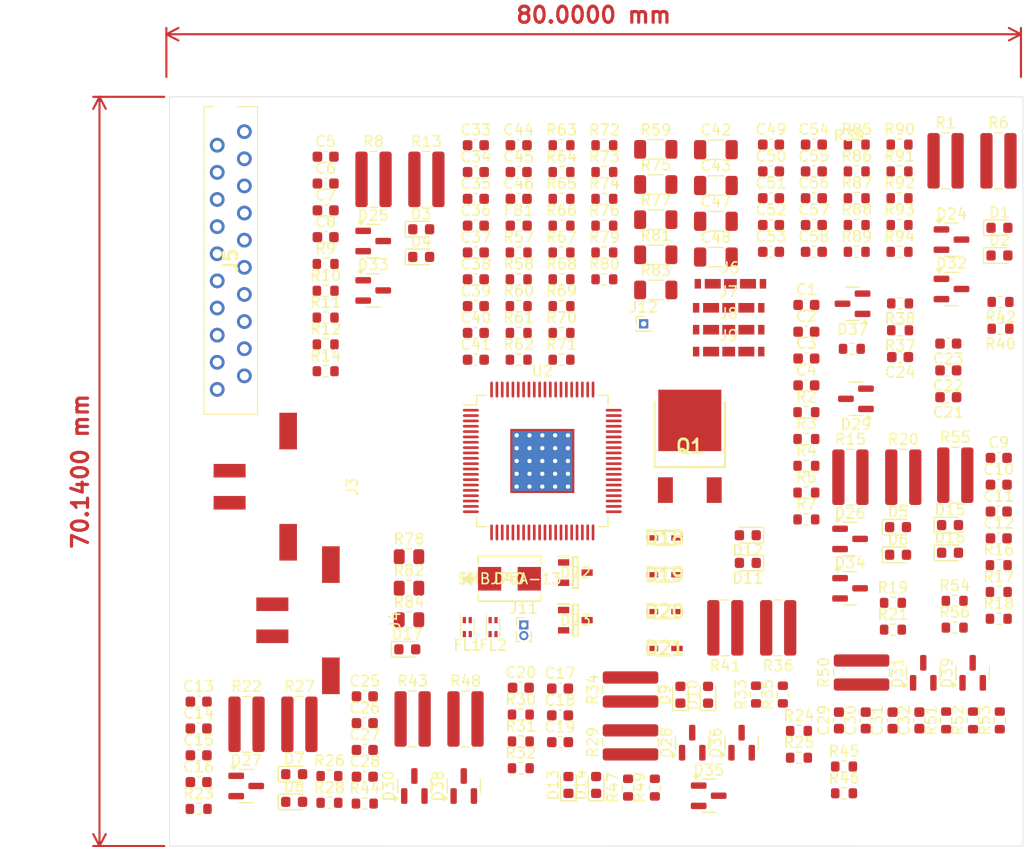
<source format=kicad_pcb>
(kicad_pcb
	(version 20240108)
	(generator "pcbnew")
	(generator_version "8.0")
	(general
		(thickness 1.6)
		(legacy_teardrops no)
	)
	(paper "A4")
	(layers
		(0 "F.Cu" signal)
		(31 "B.Cu" signal)
		(32 "B.Adhes" user "B.Adhesive")
		(33 "F.Adhes" user "F.Adhesive")
		(34 "B.Paste" user)
		(35 "F.Paste" user)
		(36 "B.SilkS" user "B.Silkscreen")
		(37 "F.SilkS" user "F.Silkscreen")
		(38 "B.Mask" user)
		(39 "F.Mask" user)
		(40 "Dwgs.User" user "User.Drawings")
		(41 "Cmts.User" user "User.Comments")
		(42 "Eco1.User" user "User.Eco1")
		(43 "Eco2.User" user "User.Eco2")
		(44 "Edge.Cuts" user)
		(45 "Margin" user)
		(46 "B.CrtYd" user "B.Courtyard")
		(47 "F.CrtYd" user "F.Courtyard")
		(48 "B.Fab" user)
		(49 "F.Fab" user)
		(50 "User.1" user)
		(51 "User.2" user)
		(52 "User.3" user)
		(53 "User.4" user)
		(54 "User.5" user)
		(55 "User.6" user)
		(56 "User.7" user)
		(57 "User.8" user)
		(58 "User.9" user)
	)
	(setup
		(pad_to_mask_clearance 0)
		(allow_soldermask_bridges_in_footprints no)
		(pcbplotparams
			(layerselection 0x00010fc_ffffffff)
			(plot_on_all_layers_selection 0x0000000_00000000)
			(disableapertmacros no)
			(usegerberextensions no)
			(usegerberattributes yes)
			(usegerberadvancedattributes yes)
			(creategerberjobfile yes)
			(dashed_line_dash_ratio 12.000000)
			(dashed_line_gap_ratio 3.000000)
			(svgprecision 4)
			(plotframeref no)
			(viasonmask no)
			(mode 1)
			(useauxorigin no)
			(hpglpennumber 1)
			(hpglpenspeed 20)
			(hpglpendiameter 15.000000)
			(pdf_front_fp_property_popups yes)
			(pdf_back_fp_property_popups yes)
			(dxfpolygonmode yes)
			(dxfimperialunits yes)
			(dxfusepcbnewfont yes)
			(psnegative no)
			(psa4output no)
			(plotreference yes)
			(plotvalue yes)
			(plotfptext yes)
			(plotinvisibletext no)
			(sketchpadsonfab no)
			(subtractmaskfromsilk no)
			(outputformat 1)
			(mirror no)
			(drillshape 1)
			(scaleselection 1)
			(outputdirectory "")
		)
	)
	(net 0 "")
	(net 1 "/FilterBalancingNetwork/CB")
	(net 2 "/FilterBalancingNetwork/CB:A")
	(net 3 "/FilterBalancingNetwork/CA")
	(net 4 "/Cell 15{slash}16")
	(net 5 "/FilterBalancingNetwork/SBP")
	(net 6 "/Cell 15{slash}14")
	(net 7 "/FilterBalancingNetwork/SAP")
	(net 8 "/FilterBalancingNetwork1/CB:A")
	(net 9 "/FilterBalancingNetwork1/CB")
	(net 10 "/FilterBalancingNetwork1/CA")
	(net 11 "/Cell 14{slash}13")
	(net 12 "/FilterBalancingNetwork1/SBP")
	(net 13 "/Cell 13{slash}12")
	(net 14 "/FilterBalancingNetwork1/SAP")
	(net 15 "/FilterBalancingNetwork2/CB:A")
	(net 16 "/FilterBalancingNetwork2/CB")
	(net 17 "/FilterBalancingNetwork2/CA")
	(net 18 "/Cell 12{slash}11")
	(net 19 "/FilterBalancingNetwork2/SBP")
	(net 20 "/FilterBalancingNetwork2/SAP")
	(net 21 "/Cell 11{slash}10")
	(net 22 "/FilterBalancingNetwork3/CB:A")
	(net 23 "/FilterBalancingNetwork3/CB")
	(net 24 "/FilterBalancingNetwork3/CA")
	(net 25 "/FilterBalancingNetwork3/SBP")
	(net 26 "/Cell 10{slash}9")
	(net 27 "/FilterBalancingNetwork3/SAP")
	(net 28 "/Cell 9{slash}8")
	(net 29 "/FilterBalancingNetwork4/CB:A")
	(net 30 "/FilterBalancingNetwork4/CB")
	(net 31 "/FilterBalancingNetwork4/CA")
	(net 32 "/FilterBalancingNetwork4/SBP")
	(net 33 "/Cell 8{slash}7")
	(net 34 "/Cell 7{slash}6")
	(net 35 "/FilterBalancingNetwork4/SAP")
	(net 36 "/FilterBalancingNetwork5/CB:A")
	(net 37 "/FilterBalancingNetwork5/CB")
	(net 38 "/FilterBalancingNetwork5/CA")
	(net 39 "/FilterBalancingNetwork5/SBP")
	(net 40 "/Cell 6{slash}5")
	(net 41 "/Cell 5{slash}4")
	(net 42 "/FilterBalancingNetwork5/SAP")
	(net 43 "/FilterBalancingNetwork6/CB")
	(net 44 "/FilterBalancingNetwork6/CB:A")
	(net 45 "/FilterBalancingNetwork6/CA")
	(net 46 "/FilterBalancingNetwork6/SBP")
	(net 47 "/Cell 4{slash}3")
	(net 48 "/Cell 3{slash}2")
	(net 49 "/FilterBalancingNetwork6/SAP")
	(net 50 "/FilterBalancingNetwork7/CB:A")
	(net 51 "/FilterBalancingNetwork7/CB")
	(net 52 "/FilterBalancingNetwork7/CA")
	(net 53 "/FilterBalancingNetwork7/SBP")
	(net 54 "/Cell 2{slash}1")
	(net 55 "GND")
	(net 56 "/FilterBalancingNetwork7/SAP")
	(net 57 "Net-(U2-V+)")
	(net 58 "Net-(U2-VREF1)")
	(net 59 "Net-(U2-VREF2)")
	(net 60 "+5V")
	(net 61 "Net-(Q1-C)")
	(net 62 "Net-(U2-DRIVE)")
	(net 63 "Net-(U2-IPB)")
	(net 64 "Net-(U2-IMB)")
	(net 65 "Net-(C41-Pad2)")
	(net 66 "Net-(J3-Pin_1)")
	(net 67 "Net-(J3-Pin_2)")
	(net 68 "Net-(U2-CSB(IMA))")
	(net 69 "Net-(U2-SCK(IPA))")
	(net 70 "Net-(C46-Pad2)")
	(net 71 "Net-(J4-Pin_1)")
	(net 72 "Clamp")
	(net 73 "Net-(J4-Pin_2)")
	(net 74 "Net-(D1-A)")
	(net 75 "Net-(D2-A)")
	(net 76 "Net-(D3-A)")
	(net 77 "Net-(D4-A)")
	(net 78 "Net-(D5-A)")
	(net 79 "Net-(D6-A)")
	(net 80 "Net-(D7-A)")
	(net 81 "Net-(D8-A)")
	(net 82 "Net-(D9-A)")
	(net 83 "Net-(D10-A)")
	(net 84 "Net-(D11-A)")
	(net 85 "Net-(D12-A)")
	(net 86 "Net-(D13-A)")
	(net 87 "Net-(D14-A)")
	(net 88 "Net-(D15-A)")
	(net 89 "Net-(D16-A)")
	(net 90 "Net-(D17-A)")
	(net 91 "Net-(Q1-E)")
	(net 92 "Net-(Q1-B)")
	(net 93 "VBUS")
	(net 94 "Net-(J2-Pin_1)")
	(net 95 "Net-(U2-GPIO1)")
	(net 96 "Net-(J2-Pin_2)")
	(net 97 "Net-(U2-GPIO2)")
	(net 98 "Net-(U2-GPIO3)")
	(net 99 "Net-(J2-Pin_3)")
	(net 100 "Net-(J2-Pin_4)")
	(net 101 "/TMP_SDA")
	(net 102 "Net-(J2-Pin_5)")
	(net 103 "/TMP_SCL")
	(net 104 "Net-(J2-Pin_6)")
	(net 105 "Net-(U2-GPIO6)")
	(net 106 "Net-(J2-Pin_7)")
	(net 107 "Net-(U2-GPIO7)")
	(net 108 "Net-(U2-GPIO8)")
	(net 109 "Net-(J2-Pin_8)")
	(net 110 "Net-(U2-GPIO9)")
	(net 111 "Net-(J2-Pin_9)")
	(net 112 "Net-(J2-Pin_10)")
	(net 113 "Net-(U2-GPIO10)")
	(net 114 "Net-(D19-A2)")
	(net 115 "Net-(D21-A2)")
	(net 116 "Net-(D18-A2)")
	(net 117 "Net-(D20-A2)")
	(net 118 "unconnected-(U2-NC-Pad66)")
	(net 119 "/NTC/V_out_1")
	(net 120 "/NTC/V_out_5")
	(net 121 "/NTC/V_out_2")
	(net 122 "/NTC/V_out_6")
	(net 123 "/NTC/V_out_3")
	(net 124 "/NTC/V_out_7")
	(net 125 "/NTC/V_out_4")
	(net 126 "/NTC/V_out_8")
	(net 127 "/NTC/V_out_9")
	(net 128 "/NTC/V_out_10")
	(net 129 "Net-(JP4-B)")
	(net 130 "Net-(JP1-B)")
	(net 131 "Net-(JP3-B)")
	(net 132 "Net-(JP2-B)")
	(net 133 "Net-(JP4-A)")
	(net 134 "Net-(JP1-A)")
	(net 135 "Net-(JP2-A)")
	(net 136 "Net-(JP3-A)")
	(footprint "Resistor_SMD:R_0603_1608Metric" (layer "F.Cu") (at 163.4225 96.21))
	(footprint "Capacitor_SMD:C_0603_1608Metric" (layer "F.Cu") (at 146.115 61.86))
	(footprint "Resistor_SMD:R_0603_1608Metric" (layer "F.Cu") (at 128.72 114.525 90))
	(footprint "Capacitor_SMD:C_0603_1608Metric" (layer "F.Cu") (at 146.115 59.35))
	(footprint "Capacitor_SMD:C_0603_1608Metric" (layer "F.Cu") (at 163.4225 88.68))
	(footprint "Resistor_SMD:R_1206_3216Metric" (layer "F.Cu") (at 131.3125 64.65))
	(footprint "Resistor_SMD:R_1020_2550Metric" (layer "F.Cu") (at 159.3525 85.28))
	(footprint "Resistor_SMD:R_0603_1608Metric" (layer "F.Cu") (at 126.5025 66.94))
	(footprint "Capacitor_SMD:C_0603_1608Metric" (layer "F.Cu") (at 114.4725 66.94))
	(footprint "Resistor_SMD:R_0603_1608Metric" (layer "F.Cu") (at 154.135 54.33))
	(footprint "Resistor_SMD:R_0603_1608Metric" (layer "F.Cu") (at 122.4925 56.9))
	(footprint "Slave:SMBJ75A-13-F" (layer "F.Cu") (at 117.616701 94.9752))
	(footprint "Capacitor_SMD:C_0603_1608Metric" (layer "F.Cu") (at 155.99 108.2325 90))
	(footprint "Resistor_SMD:R_0603_1608Metric" (layer "F.Cu") (at 148.94 112.55))
	(footprint "LED_SMD:LED_0603_1608Metric" (layer "F.Cu") (at 109.3525 62.255))
	(footprint "LED_SMD:LED_0603_1608Metric" (layer "F.Cu") (at 109.3525 64.845))
	(footprint "Resistor_SMD:R_0603_1608Metric" (layer "F.Cu") (at 145.4125 89.42))
	(footprint "Slave:36900000" (layer "F.Cu") (at 138.1425 73.71))
	(footprint "Resistor_SMD:R_0603_1608Metric" (layer "F.Cu") (at 158.5 108.2325 90))
	(footprint "Slave:SOT95P240X120-3N" (layer "F.Cu") (at 123.7875 94.4))
	(footprint "Capacitor_SMD:C_0603_1608Metric" (layer "F.Cu") (at 148.46 108.2325 90))
	(footprint "Resistor_SMD:R_1020_2550Metric" (layer "F.Cu") (at 137.825 99.57 180))
	(footprint "Capacitor_SMD:C_0603_1608Metric" (layer "F.Cu") (at 114.4725 71.96))
	(footprint "Slave:SOD2613X114N" (layer "F.Cu") (at 132.15 101.5))
	(footprint "Package_TO_SOT_SMD:SOT-23" (layer "F.Cu") (at 149.505 95.87))
	(footprint "Package_TO_SOT_SMD:SOT-23" (layer "F.Cu") (at 108.715 114.3775 90))
	(footprint "Package_TO_SOT_SMD:SOT-23" (layer "F.Cu") (at 113.34 114.3775 90))
	(footprint "Capacitor_SMD:C_0603_1608Metric" (layer "F.Cu") (at 104.0725 105.98))
	(footprint "Resistor_SMD:R_0603_1608Metric" (layer "F.Cu") (at 122.4925 69.45))
	(footprint "Resistor_SMD:R_1020_2550Metric" (layer "F.Cu") (at 109.8425 57.585))
	(footprint "Capacitor_SMD:C_0603_1608Metric" (layer "F.Cu") (at 114.4725 56.9))
	(footprint "Package_TO_SOT_SMD:SOT-23" (layer "F.Cu") (at 158.9975 67.85))
	(footprint "Resistor_SMD:R_1020_2550Metric" (layer "F.Cu") (at 108.5525 108.1))
	(footprint "Resistor_SMD:R_0603_1608Metric" (layer "F.Cu") (at 154.185 69.2 180))
	(footprint "Capacitor_SMD:C_0603_1608Metric" (layer "F.Cu") (at 145.4125 74.36))
	(footprint "Resistor_SMD:R_0603_1608Metric" (layer "F.Cu") (at 140.7 105.815 90))
	(footprint "LED_SMD:LED_0603_1608Metric" (layer "F.Cu") (at 97.4625 115.86))
	(footprint "LED_SMD:LED_0603_1608Metric" (layer "F.Cu") (at 133.62 105.8325 90))
	(footprint "Resistor_SMD:R_0805_2012Metric" (layer "F.Cu") (at 108.2125 98.81))
	(footprint "Slave:SOD2613X114N" (layer "F.Cu") (at 132.15 98.05))
	(footprint "Resistor_SMD:R_1206_3216Metric"
		(layer "F.Cu")
		(uuid "3725e061-c514-43f3-847b-7bf5a0d856aa")
		(at 131.3125 61.36)
		(descr "Resistor SMD 1206 (3216 Metric), square (rectangular) end terminal, IPC_7351 nominal, (Body size source: IPC-SM-782 page 72, https://www.pcb-3d.com/wordpress/wp-content/uploads/ipc-sm-782a_amendment_1_and_2.pdf), generated with kicad-footprint-generator")
		(tags "resistor")
		(property "Reference" "R77"
			(at 0 -1.82 0)
			(layer "F.SilkS")
			(uuid "94a10962-6f70-4f45-b41d-b7ea2bf893aa")
			(effects
				(font
					(size 1 1)
					(thickness 0.15)
				)
			)
		)
		(property "Value" "43"
			(at 0 1.82 0)
			(layer "F.Fab")
			(uuid "efcbcaf4-142a-42ff-a035-afd55f5f434f")
			(effects
				(font
					(size 1 1)
					(thickness 0.15)
				)
			)
		)
		(property "Footprint" "Resistor_SMD:R_1206_3216Metric"
			(at 0 0 0)
			(unlocked yes)
			(layer "F.Fab")
			(hide yes)
			(uuid "d78b5323-b6b4-407c-8524-a9f3eac1b309")
			(effects
				(font
					(size 1.27 1.27)
				)
			)
		)
		(property "Datasheet" ""
			(at 0 0 0)
			(unlocked yes)
			(layer "F.Fab")
			(hide yes)
			(uuid "925a9d2a-0d28-42f6-8c2b-01ea437b17cf")
			(effects
				(font
					(size 1.27 1.27)
				)
			)
		)
		(property "Description" "Resistor"
			(at 0 0 0)
			(unlocked yes)
			(layer "F.Fab")
			(hide yes)
			(uuid "80252d55-a736-4317-84c3-4ca886c703c5")
			(effects
				(font
					(size 1.27 1.27)
				)
			)
		)
		(property ki_fp_filters "R_*")
		(path "/f4e34457-84aa-4694-97b1-64f9c154bb53")
		(sheetname "Stammblatt")
		(sheetfile "FT25_AMS_Slave.kicad_sch")
		(attr smd)
		(fp_line
			(start -0.727064 -0.91)
			(end 0.727064 -0.91)
			(stroke
				(width 0.12)
				(type solid)
			)
			(layer "F.SilkS")
			(uuid "f51ad129-d4e
... [804201 chars truncated]
</source>
